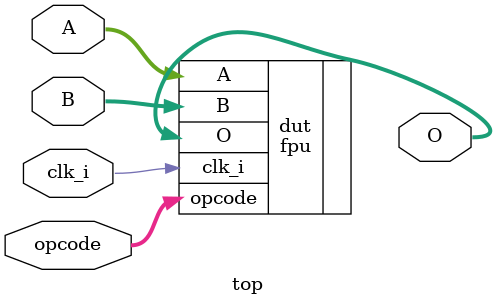
<source format=sv>

`default_nettype none
module top
(
	input  logic clk_i,
	input  logic [31:0] A, B,
	input  logic [1 :0] opcode,
	output logic [31:0] O
);

fpu dut (
    .clk_i(clk_i),
    .A(A),
    .B(B),
    .opcode(opcode),
    .O(O)
    );
endmodule : top


</source>
